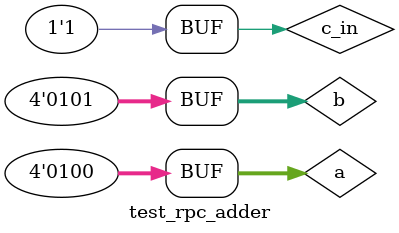
<source format=v>
`timescale 1ns / 1ps


module test_rpc_adder;

	// Inputs
	reg [3:0] a;
	reg [3:0] b;
	reg c_in;

	// Outputs
	wire [3:0] sum;
	wire c_out;

	// Instantiate the Unit Under Test (UUT)
	rpc_adder uut (
		.sum(sum), 
		.c_out(c_out), 
		.a(a), 
		.b(b), 
		.c_in(c_in)
	);

	 initial begin

	  // Initialize Inputs
	  a = 2;
	  b = 3;
	  c_in = 0;

	  // Wait 100 ns for global reset to finish

	  #100;
	  // Add stimulus here
	  a = 2;
	  b = 3;
	  c_in = 1;

	  #100;
	  a = 4;
	  b = 5;
	  c_in = 1;
	 end	
	
      
endmodule



</source>
